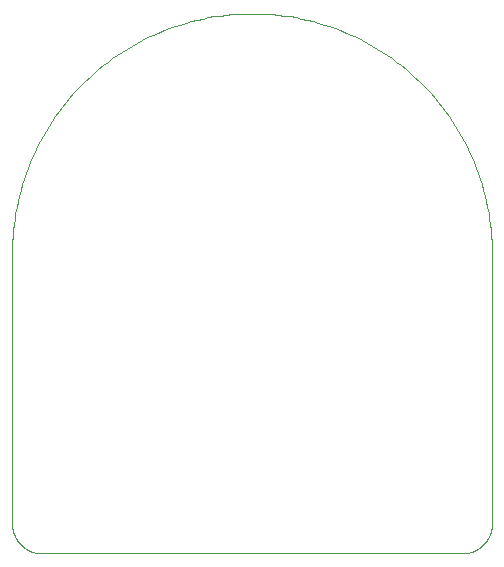
<source format=gbp>
G75*
%MOIN*%
%OFA0B0*%
%FSLAX25Y25*%
%IPPOS*%
%LPD*%
%AMOC8*
5,1,8,0,0,1.08239X$1,22.5*
%
%ADD10C,0.00000*%
D10*
X0016800Y0024006D02*
X0156800Y0024006D01*
X0157042Y0024009D01*
X0157283Y0024018D01*
X0157524Y0024032D01*
X0157765Y0024053D01*
X0158005Y0024079D01*
X0158245Y0024111D01*
X0158484Y0024149D01*
X0158721Y0024192D01*
X0158958Y0024242D01*
X0159193Y0024297D01*
X0159427Y0024357D01*
X0159659Y0024424D01*
X0159890Y0024495D01*
X0160119Y0024573D01*
X0160346Y0024656D01*
X0160571Y0024744D01*
X0160794Y0024838D01*
X0161014Y0024937D01*
X0161232Y0025042D01*
X0161447Y0025151D01*
X0161660Y0025266D01*
X0161870Y0025386D01*
X0162076Y0025511D01*
X0162280Y0025641D01*
X0162481Y0025776D01*
X0162678Y0025916D01*
X0162872Y0026060D01*
X0163062Y0026209D01*
X0163248Y0026363D01*
X0163431Y0026521D01*
X0163610Y0026683D01*
X0163785Y0026850D01*
X0163956Y0027021D01*
X0164123Y0027196D01*
X0164285Y0027375D01*
X0164443Y0027558D01*
X0164597Y0027744D01*
X0164746Y0027934D01*
X0164890Y0028128D01*
X0165030Y0028325D01*
X0165165Y0028526D01*
X0165295Y0028730D01*
X0165420Y0028936D01*
X0165540Y0029146D01*
X0165655Y0029359D01*
X0165764Y0029574D01*
X0165869Y0029792D01*
X0165968Y0030012D01*
X0166062Y0030235D01*
X0166150Y0030460D01*
X0166233Y0030687D01*
X0166311Y0030916D01*
X0166382Y0031147D01*
X0166449Y0031379D01*
X0166509Y0031613D01*
X0166564Y0031848D01*
X0166614Y0032085D01*
X0166657Y0032322D01*
X0166695Y0032561D01*
X0166727Y0032801D01*
X0166753Y0033041D01*
X0166774Y0033282D01*
X0166788Y0033523D01*
X0166797Y0033764D01*
X0166800Y0034006D01*
X0166800Y0124006D01*
X0166776Y0125954D01*
X0166705Y0127901D01*
X0166587Y0129846D01*
X0166421Y0131787D01*
X0166208Y0133723D01*
X0165947Y0135654D01*
X0165640Y0137578D01*
X0165286Y0139494D01*
X0164886Y0141400D01*
X0164439Y0143297D01*
X0163947Y0145182D01*
X0163408Y0147054D01*
X0162824Y0148913D01*
X0162195Y0150756D01*
X0161521Y0152584D01*
X0160803Y0154396D01*
X0160041Y0156189D01*
X0159236Y0157963D01*
X0158388Y0159716D01*
X0157497Y0161449D01*
X0156564Y0163159D01*
X0155590Y0164847D01*
X0154575Y0166510D01*
X0153520Y0168147D01*
X0152425Y0169759D01*
X0151292Y0171343D01*
X0150120Y0172900D01*
X0148910Y0174427D01*
X0147664Y0175925D01*
X0146382Y0177392D01*
X0145064Y0178827D01*
X0143712Y0180229D01*
X0142326Y0181598D01*
X0140907Y0182933D01*
X0139456Y0184233D01*
X0137974Y0185498D01*
X0136461Y0186726D01*
X0134919Y0187916D01*
X0133349Y0189069D01*
X0131751Y0190183D01*
X0130126Y0191258D01*
X0128475Y0192293D01*
X0126800Y0193288D01*
X0125101Y0194242D01*
X0123379Y0195153D01*
X0121636Y0196023D01*
X0119872Y0196850D01*
X0118088Y0197634D01*
X0116286Y0198374D01*
X0114467Y0199070D01*
X0112630Y0199721D01*
X0110779Y0200328D01*
X0108913Y0200889D01*
X0107035Y0201405D01*
X0105144Y0201874D01*
X0103242Y0202298D01*
X0101331Y0202675D01*
X0099411Y0203006D01*
X0097483Y0203289D01*
X0095550Y0203526D01*
X0093611Y0203716D01*
X0091668Y0203858D01*
X0089722Y0203953D01*
X0087774Y0204000D01*
X0085826Y0204000D01*
X0083878Y0203953D01*
X0081932Y0203858D01*
X0079989Y0203716D01*
X0078050Y0203526D01*
X0076117Y0203289D01*
X0074189Y0203006D01*
X0072269Y0202675D01*
X0070358Y0202298D01*
X0068456Y0201874D01*
X0066565Y0201405D01*
X0064687Y0200889D01*
X0062821Y0200328D01*
X0060970Y0199721D01*
X0059133Y0199070D01*
X0057314Y0198374D01*
X0055512Y0197634D01*
X0053728Y0196850D01*
X0051964Y0196023D01*
X0050221Y0195153D01*
X0048499Y0194242D01*
X0046800Y0193288D01*
X0045125Y0192293D01*
X0043474Y0191258D01*
X0041849Y0190183D01*
X0040251Y0189069D01*
X0038681Y0187916D01*
X0037139Y0186726D01*
X0035626Y0185498D01*
X0034144Y0184233D01*
X0032693Y0182933D01*
X0031274Y0181598D01*
X0029888Y0180229D01*
X0028536Y0178827D01*
X0027218Y0177392D01*
X0025936Y0175925D01*
X0024690Y0174427D01*
X0023480Y0172900D01*
X0022308Y0171343D01*
X0021175Y0169759D01*
X0020080Y0168147D01*
X0019025Y0166510D01*
X0018010Y0164847D01*
X0017036Y0163159D01*
X0016103Y0161449D01*
X0015212Y0159716D01*
X0014364Y0157963D01*
X0013559Y0156189D01*
X0012797Y0154396D01*
X0012079Y0152584D01*
X0011405Y0150756D01*
X0010776Y0148913D01*
X0010192Y0147054D01*
X0009653Y0145182D01*
X0009161Y0143297D01*
X0008714Y0141400D01*
X0008314Y0139494D01*
X0007960Y0137578D01*
X0007653Y0135654D01*
X0007392Y0133723D01*
X0007179Y0131787D01*
X0007013Y0129846D01*
X0006895Y0127901D01*
X0006824Y0125954D01*
X0006800Y0124006D01*
X0006800Y0034006D01*
X0006803Y0033764D01*
X0006812Y0033523D01*
X0006826Y0033282D01*
X0006847Y0033041D01*
X0006873Y0032801D01*
X0006905Y0032561D01*
X0006943Y0032322D01*
X0006986Y0032085D01*
X0007036Y0031848D01*
X0007091Y0031613D01*
X0007151Y0031379D01*
X0007218Y0031147D01*
X0007289Y0030916D01*
X0007367Y0030687D01*
X0007450Y0030460D01*
X0007538Y0030235D01*
X0007632Y0030012D01*
X0007731Y0029792D01*
X0007836Y0029574D01*
X0007945Y0029359D01*
X0008060Y0029146D01*
X0008180Y0028936D01*
X0008305Y0028730D01*
X0008435Y0028526D01*
X0008570Y0028325D01*
X0008710Y0028128D01*
X0008854Y0027934D01*
X0009003Y0027744D01*
X0009157Y0027558D01*
X0009315Y0027375D01*
X0009477Y0027196D01*
X0009644Y0027021D01*
X0009815Y0026850D01*
X0009990Y0026683D01*
X0010169Y0026521D01*
X0010352Y0026363D01*
X0010538Y0026209D01*
X0010728Y0026060D01*
X0010922Y0025916D01*
X0011119Y0025776D01*
X0011320Y0025641D01*
X0011524Y0025511D01*
X0011730Y0025386D01*
X0011940Y0025266D01*
X0012153Y0025151D01*
X0012368Y0025042D01*
X0012586Y0024937D01*
X0012806Y0024838D01*
X0013029Y0024744D01*
X0013254Y0024656D01*
X0013481Y0024573D01*
X0013710Y0024495D01*
X0013941Y0024424D01*
X0014173Y0024357D01*
X0014407Y0024297D01*
X0014642Y0024242D01*
X0014879Y0024192D01*
X0015116Y0024149D01*
X0015355Y0024111D01*
X0015595Y0024079D01*
X0015835Y0024053D01*
X0016076Y0024032D01*
X0016317Y0024018D01*
X0016558Y0024009D01*
X0016800Y0024006D01*
M02*

</source>
